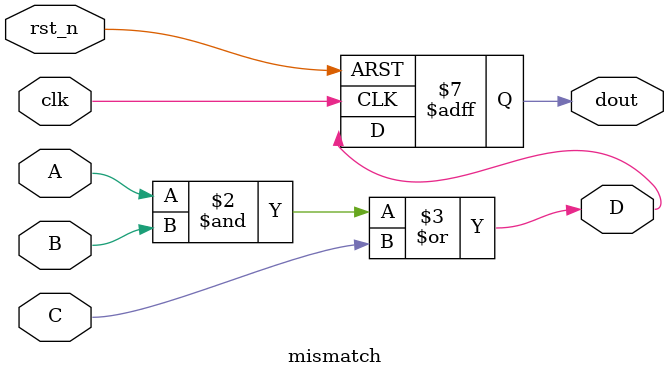
<source format=sv>
module mismatch (clk, rst_n, A, B, C, D, dout);

  input  clk, rst_n;
  input  A, B, C;
  output D;
  output dout;
  logic  D, dout;

`ifndef sverilog

  // This is the Verilog behavioral code
  always@(A, B) begin
    D = (A & B) | C;
  end



  // Debug message for source
  `ifdef SYNTHESIS
    always $display("SYNTHESIS VERILOG");
  `else
    initial $display("TESTBENCH VERILOG");
  `endif

`else

  // Lab 1 Task 2 Step 8
  //
  // In the following code space, rewrite the always block with
  // the new SystemVerilog combinatorial coding style.
  //
  // ToDo:




  // Debug message for source
  `ifdef SYNTHESIS
    always $display("SYNTHESIS SVERILOG");
  `else
    initial $display("TESTBENCH SVERILOG");
  `endif

`endif

  always@(posedge clk, negedge rst_n) begin
    if (!rst_n) begin
      dout <= 0;
    end else begin
      dout <= D;
    end
  end

endmodule

</source>
